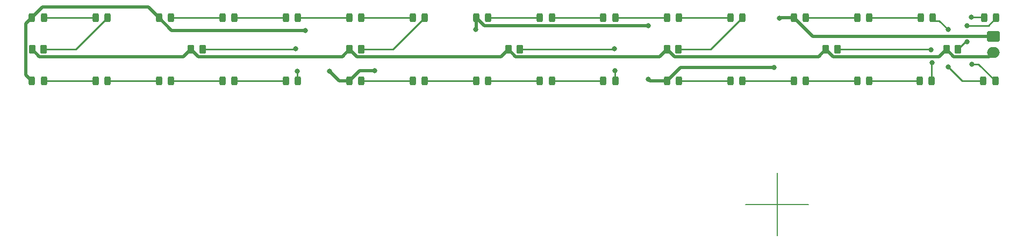
<source format=gbr>
%TF.GenerationSoftware,KiCad,Pcbnew,7.0.8*%
%TF.CreationDate,2023-11-23T23:42:42+08:00*%
%TF.ProjectId,Brake_Light,4272616b-655f-44c6-9967-68742e6b6963,v1.0*%
%TF.SameCoordinates,Original*%
%TF.FileFunction,Copper,L1,Top*%
%TF.FilePolarity,Positive*%
%FSLAX46Y46*%
G04 Gerber Fmt 4.6, Leading zero omitted, Abs format (unit mm)*
G04 Created by KiCad (PCBNEW 7.0.8) date 2023-11-23 23:42:42*
%MOMM*%
%LPD*%
G01*
G04 APERTURE LIST*
G04 Aperture macros list*
%AMRoundRect*
0 Rectangle with rounded corners*
0 $1 Rounding radius*
0 $2 $3 $4 $5 $6 $7 $8 $9 X,Y pos of 4 corners*
0 Add a 4 corners polygon primitive as box body*
4,1,4,$2,$3,$4,$5,$6,$7,$8,$9,$2,$3,0*
0 Add four circle primitives for the rounded corners*
1,1,$1+$1,$2,$3*
1,1,$1+$1,$4,$5*
1,1,$1+$1,$6,$7*
1,1,$1+$1,$8,$9*
0 Add four rect primitives between the rounded corners*
20,1,$1+$1,$2,$3,$4,$5,0*
20,1,$1+$1,$4,$5,$6,$7,0*
20,1,$1+$1,$6,$7,$8,$9,0*
20,1,$1+$1,$8,$9,$2,$3,0*%
G04 Aperture macros list end*
%TA.AperFunction,NonConductor*%
%ADD10C,0.200000*%
%TD*%
%TA.AperFunction,SMDPad,CuDef*%
%ADD11RoundRect,0.243750X-0.243750X-0.456250X0.243750X-0.456250X0.243750X0.456250X-0.243750X0.456250X0*%
%TD*%
%TA.AperFunction,SMDPad,CuDef*%
%ADD12RoundRect,0.250000X-0.262500X-0.450000X0.262500X-0.450000X0.262500X0.450000X-0.262500X0.450000X0*%
%TD*%
%TA.AperFunction,ComponentPad*%
%ADD13RoundRect,0.250000X-0.750000X0.600000X-0.750000X-0.600000X0.750000X-0.600000X0.750000X0.600000X0*%
%TD*%
%TA.AperFunction,ComponentPad*%
%ADD14O,2.000000X1.700000*%
%TD*%
%TA.AperFunction,ViaPad*%
%ADD15C,0.800000*%
%TD*%
%TA.AperFunction,Conductor*%
%ADD16C,0.254000*%
%TD*%
%TA.AperFunction,Conductor*%
%ADD17C,0.508000*%
%TD*%
G04 APERTURE END LIST*
D10*
X167132000Y-122995000D02*
X177038000Y-122995000D01*
X172085000Y-118042000D02*
X172085000Y-127948000D01*
D11*
%TO.P,D2,1,K*%
%TO.N,Net-(D2-K)*%
X204559500Y-103494000D03*
%TO.P,D2,2,A*%
%TO.N,Net-(D1-K)*%
X206434500Y-103494000D03*
%TD*%
%TO.P,D1,1,K*%
%TO.N,Net-(D1-K)*%
X204709500Y-93500000D03*
%TO.P,D1,2,A*%
%TO.N,Net-(D1-A)*%
X206584500Y-93500000D03*
%TD*%
D12*
%TO.P,R1,1*%
%TO.N,/Vcc*%
X198734500Y-98497000D03*
%TO.P,R1,2*%
%TO.N,Net-(D1-A)*%
X200559500Y-98497000D03*
%TD*%
D11*
%TO.P,D30,1,K*%
%TO.N,/GND*%
X54709500Y-103494000D03*
%TO.P,D30,2,A*%
%TO.N,Net-(D29-K)*%
X56584500Y-103494000D03*
%TD*%
%TO.P,D9,1,K*%
%TO.N,Net-(D10-A)*%
X164709500Y-103494000D03*
%TO.P,D9,2,A*%
%TO.N,Net-(D8-K)*%
X166584500Y-103494000D03*
%TD*%
%TO.P,D32,1,K*%
%TO.N,/GND*%
X54709500Y-93500000D03*
%TO.P,D32,2,A*%
%TO.N,Net-(D31-K)*%
X56584500Y-93500000D03*
%TD*%
%TO.P,D11,1,K*%
%TO.N,Net-(D11-K)*%
X164709500Y-93500000D03*
%TO.P,D11,2,A*%
%TO.N,Net-(D11-A)*%
X166584500Y-93500000D03*
%TD*%
D12*
%TO.P,R6,1*%
%TO.N,/Vcc*%
X79734500Y-98497000D03*
%TO.P,R6,2*%
%TO.N,Net-(D26-A)*%
X81559500Y-98497000D03*
%TD*%
D11*
%TO.P,D10,1,K*%
%TO.N,/GND*%
X154709500Y-103494000D03*
%TO.P,D10,2,A*%
%TO.N,Net-(D10-A)*%
X156584500Y-103494000D03*
%TD*%
%TO.P,D7,1,K*%
%TO.N,Net-(D7-K)*%
X184709500Y-103494000D03*
%TO.P,D7,2,A*%
%TO.N,Net-(D6-K)*%
X186584500Y-103494000D03*
%TD*%
D12*
%TO.P,R3,1*%
%TO.N,/Vcc*%
X154734500Y-98497000D03*
%TO.P,R3,2*%
%TO.N,Net-(D11-A)*%
X156559500Y-98497000D03*
%TD*%
D11*
%TO.P,D22,1,K*%
%TO.N,Net-(D22-K)*%
X104709500Y-93500000D03*
%TO.P,D22,2,A*%
%TO.N,Net-(D21-K)*%
X106584500Y-93500000D03*
%TD*%
D12*
%TO.P,R5,1*%
%TO.N,/Vcc*%
X104734500Y-98497000D03*
%TO.P,R5,2*%
%TO.N,Net-(D21-A)*%
X106559500Y-98497000D03*
%TD*%
D11*
%TO.P,D15,1,K*%
%TO.N,/GND*%
X124709500Y-93500000D03*
%TO.P,D15,2,A*%
%TO.N,Net-(D14-K)*%
X126584500Y-93500000D03*
%TD*%
%TO.P,D17,1,K*%
%TO.N,Net-(D17-K)*%
X134709500Y-103494000D03*
%TO.P,D17,2,A*%
%TO.N,Net-(D16-K)*%
X136584500Y-103494000D03*
%TD*%
%TO.P,D26,1,K*%
%TO.N,Net-(D26-K)*%
X94709500Y-103494000D03*
%TO.P,D26,2,A*%
%TO.N,Net-(D26-A)*%
X96584500Y-103494000D03*
%TD*%
%TO.P,D25,1,K*%
%TO.N,/GND*%
X74709500Y-93500000D03*
%TO.P,D25,2,A*%
%TO.N,Net-(D24-K)*%
X76584500Y-93500000D03*
%TD*%
%TO.P,D5,1,K*%
%TO.N,/GND*%
X174709500Y-93500000D03*
%TO.P,D5,2,A*%
%TO.N,Net-(D4-K)*%
X176584500Y-93500000D03*
%TD*%
%TO.P,D13,1,K*%
%TO.N,Net-(D13-K)*%
X144709500Y-93500000D03*
%TO.P,D13,2,A*%
%TO.N,Net-(D12-K)*%
X146584500Y-93500000D03*
%TD*%
%TO.P,D29,1,K*%
%TO.N,Net-(D29-K)*%
X64709500Y-103494000D03*
%TO.P,D29,2,A*%
%TO.N,Net-(D28-K)*%
X66584500Y-103494000D03*
%TD*%
%TO.P,D3,1,K*%
%TO.N,Net-(D3-K)*%
X194709500Y-93500000D03*
%TO.P,D3,2,A*%
%TO.N,Net-(D2-K)*%
X196584500Y-93500000D03*
%TD*%
%TO.P,D8,1,K*%
%TO.N,Net-(D8-K)*%
X174709500Y-103494000D03*
%TO.P,D8,2,A*%
%TO.N,Net-(D7-K)*%
X176584500Y-103494000D03*
%TD*%
%TO.P,D23,1,K*%
%TO.N,Net-(D23-K)*%
X94709500Y-93500000D03*
%TO.P,D23,2,A*%
%TO.N,Net-(D22-K)*%
X96584500Y-93500000D03*
%TD*%
%TO.P,D12,1,K*%
%TO.N,Net-(D12-K)*%
X154709500Y-93500000D03*
%TO.P,D12,2,A*%
%TO.N,Net-(D11-K)*%
X156584500Y-93500000D03*
%TD*%
%TO.P,D14,1,K*%
%TO.N,Net-(D14-K)*%
X134709500Y-93500000D03*
%TO.P,D14,2,A*%
%TO.N,Net-(D13-K)*%
X136584500Y-93500000D03*
%TD*%
%TO.P,D4,1,K*%
%TO.N,Net-(D4-K)*%
X184709500Y-93500000D03*
%TO.P,D4,2,A*%
%TO.N,Net-(D3-K)*%
X186584500Y-93500000D03*
%TD*%
%TO.P,D31,1,K*%
%TO.N,Net-(D31-K)*%
X64709500Y-93500000D03*
%TO.P,D31,2,A*%
%TO.N,Net-(D31-A)*%
X66584500Y-93500000D03*
%TD*%
%TO.P,D20,1,K*%
%TO.N,/GND*%
X104709500Y-103494000D03*
%TO.P,D20,2,A*%
%TO.N,Net-(D19-K)*%
X106584500Y-103494000D03*
%TD*%
%TO.P,D21,1,K*%
%TO.N,Net-(D21-K)*%
X114709500Y-93500000D03*
%TO.P,D21,2,A*%
%TO.N,Net-(D21-A)*%
X116584500Y-93500000D03*
%TD*%
%TO.P,D16,1,K*%
%TO.N,Net-(D16-K)*%
X144709500Y-103494000D03*
%TO.P,D16,2,A*%
%TO.N,Net-(D16-A)*%
X146584500Y-103494000D03*
%TD*%
%TO.P,D24,1,K*%
%TO.N,Net-(D24-K)*%
X84709500Y-93500000D03*
%TO.P,D24,2,A*%
%TO.N,Net-(D23-K)*%
X86584500Y-93500000D03*
%TD*%
%TO.P,D19,1,K*%
%TO.N,Net-(D19-K)*%
X114709500Y-103494000D03*
%TO.P,D19,2,A*%
%TO.N,Net-(D18-K)*%
X116584500Y-103494000D03*
%TD*%
%TO.P,D6,1,K*%
%TO.N,Net-(D6-K)*%
X194559500Y-103494000D03*
%TO.P,D6,2,A*%
%TO.N,Net-(D6-A)*%
X196434500Y-103494000D03*
%TD*%
%TO.P,D18,1,K*%
%TO.N,Net-(D18-K)*%
X124709500Y-103494000D03*
%TO.P,D18,2,A*%
%TO.N,Net-(D17-K)*%
X126584500Y-103494000D03*
%TD*%
%TO.P,D28,1,K*%
%TO.N,Net-(D28-K)*%
X74709500Y-103494000D03*
%TO.P,D28,2,A*%
%TO.N,Net-(D27-K)*%
X76584500Y-103494000D03*
%TD*%
D12*
%TO.P,R2,1*%
%TO.N,/Vcc*%
X179734500Y-98497000D03*
%TO.P,R2,2*%
%TO.N,Net-(D6-A)*%
X181559500Y-98497000D03*
%TD*%
%TO.P,R4,1*%
%TO.N,/Vcc*%
X129734500Y-98497000D03*
%TO.P,R4,2*%
%TO.N,Net-(D16-A)*%
X131559500Y-98497000D03*
%TD*%
%TO.P,R7,1*%
%TO.N,/Vcc*%
X54734500Y-98497000D03*
%TO.P,R7,2*%
%TO.N,Net-(D31-A)*%
X56559500Y-98497000D03*
%TD*%
D11*
%TO.P,D27,1,K*%
%TO.N,Net-(D27-K)*%
X84709500Y-103494000D03*
%TO.P,D27,2,A*%
%TO.N,Net-(D26-K)*%
X86584500Y-103494000D03*
%TD*%
D13*
%TO.P,J1,1,Pin_1*%
%TO.N,/GND*%
X206174000Y-96477000D03*
D14*
%TO.P,J1,2,Pin_2*%
%TO.N,/Vcc*%
X206174000Y-98977000D03*
%TD*%
D15*
%TO.N,Net-(D1-A)*%
X202013500Y-94720000D03*
X202013500Y-97330500D03*
%TO.N,Net-(D2-K)*%
X199010000Y-95380000D03*
X199050000Y-101300000D03*
%TO.N,Net-(D1-K)*%
X202690000Y-93360000D03*
X202740000Y-100860000D03*
%TO.N,/GND*%
X97790000Y-95504000D03*
X172466000Y-93599000D03*
X171577000Y-101346000D03*
X151765000Y-94742000D03*
X124587000Y-95377000D03*
X101600000Y-101981000D03*
X151765000Y-103251000D03*
X108712000Y-101854000D03*
%TO.N,Net-(D6-A)*%
X196342000Y-98552000D03*
X196469000Y-100584000D03*
%TO.N,Net-(D16-A)*%
X146558000Y-101854000D03*
X146431000Y-98425000D03*
%TO.N,Net-(D26-A)*%
X96266000Y-98425000D03*
X96520000Y-101981000D03*
%TD*%
D16*
%TO.N,Net-(D1-A)*%
X206584500Y-93500000D02*
X205364500Y-94720000D01*
X205364500Y-94720000D02*
X202013500Y-94720000D01*
X202013500Y-97330500D02*
X201726000Y-97330500D01*
X201726000Y-97330500D02*
X200559500Y-98497000D01*
%TO.N,Net-(D2-K)*%
X204559500Y-103494000D02*
X201244000Y-103494000D01*
X201244000Y-103494000D02*
X199050000Y-101300000D01*
X199010000Y-95380000D02*
X197584000Y-93954000D01*
X197584000Y-93954000D02*
X196584500Y-93954000D01*
%TO.N,Net-(D1-K)*%
X206434500Y-103494000D02*
X203800500Y-100860000D01*
X203800500Y-100860000D02*
X202740000Y-100860000D01*
X202690000Y-93360000D02*
X204569500Y-93360000D01*
X204569500Y-93360000D02*
X204709500Y-93500000D01*
%TO.N,Net-(D3-K)*%
X186584500Y-93500000D02*
X194709500Y-93500000D01*
%TO.N,Net-(D1-A)*%
X200510000Y-98447500D02*
X200559500Y-98497000D01*
D17*
%TO.N,/GND*%
X152008000Y-103494000D02*
X151765000Y-103251000D01*
X124709500Y-93500000D02*
X124709500Y-95254500D01*
X177686500Y-96477000D02*
X206174000Y-96477000D01*
X74709500Y-93500000D02*
X73030500Y-91821000D01*
X103113000Y-103494000D02*
X101600000Y-101981000D01*
X76713500Y-95504000D02*
X74709500Y-93500000D01*
X172565000Y-93500000D02*
X172466000Y-93599000D01*
X53768000Y-102552500D02*
X54709500Y-103494000D01*
X97790000Y-95504000D02*
X76713500Y-95504000D01*
X53768000Y-94441500D02*
X53768000Y-102552500D01*
X125951500Y-94742000D02*
X124709500Y-93500000D01*
X174709500Y-93500000D02*
X172565000Y-93500000D01*
X156857500Y-101346000D02*
X154709500Y-103494000D01*
X106349500Y-101854000D02*
X104709500Y-103494000D01*
X54709500Y-93500000D02*
X53768000Y-94441500D01*
X104709500Y-103494000D02*
X103113000Y-103494000D01*
X73030500Y-91821000D02*
X56388500Y-91821000D01*
X177686500Y-96477000D02*
X174709500Y-93500000D01*
X56388500Y-91821000D02*
X54709500Y-93500000D01*
X154709500Y-103494000D02*
X152008000Y-103494000D01*
X171577000Y-101346000D02*
X156857500Y-101346000D01*
X124709500Y-95254500D02*
X124587000Y-95377000D01*
X151765000Y-94742000D02*
X125951500Y-94742000D01*
X108712000Y-101854000D02*
X106349500Y-101854000D01*
D16*
%TO.N,Net-(D6-A)*%
X196434500Y-100618500D02*
X196434500Y-103494000D01*
X196287000Y-98497000D02*
X196342000Y-98552000D01*
X181559500Y-98497000D02*
X196287000Y-98497000D01*
X196469000Y-100584000D02*
X196434500Y-100618500D01*
%TO.N,Net-(D4-K)*%
X176584500Y-93500000D02*
X184709500Y-93500000D01*
%TO.N,Net-(D6-K)*%
X186584500Y-103494000D02*
X194559500Y-103494000D01*
%TO.N,Net-(D8-K)*%
X166584500Y-103494000D02*
X174709500Y-103494000D01*
%TO.N,Net-(D10-A)*%
X156584500Y-103494000D02*
X164709500Y-103494000D01*
%TO.N,Net-(D7-K)*%
X176584500Y-103494000D02*
X184709500Y-103494000D01*
%TO.N,Net-(D11-K)*%
X156584500Y-93500000D02*
X164709500Y-93500000D01*
%TO.N,Net-(D11-A)*%
X161587500Y-98497000D02*
X166584500Y-93500000D01*
X156559500Y-98497000D02*
X161587500Y-98497000D01*
%TO.N,Net-(D13-K)*%
X136584500Y-93500000D02*
X144709500Y-93500000D01*
%TO.N,Net-(D12-K)*%
X146584500Y-93500000D02*
X154709500Y-93500000D01*
%TO.N,Net-(D16-A)*%
X146558000Y-103467500D02*
X146584500Y-103494000D01*
X146359000Y-98497000D02*
X146431000Y-98425000D01*
X131559500Y-98497000D02*
X146359000Y-98497000D01*
X146558000Y-101854000D02*
X146558000Y-103467500D01*
%TO.N,Net-(D14-K)*%
X126584500Y-93500000D02*
X134709500Y-93500000D01*
%TO.N,Net-(D16-K)*%
X136584500Y-103494000D02*
X144709500Y-103494000D01*
%TO.N,Net-(D18-K)*%
X116584500Y-103494000D02*
X124709500Y-103494000D01*
%TO.N,Net-(D19-K)*%
X106584500Y-103494000D02*
X114709500Y-103494000D01*
%TO.N,Net-(D17-K)*%
X126584500Y-103494000D02*
X134709500Y-103494000D01*
%TO.N,Net-(D21-K)*%
X106584500Y-93500000D02*
X114709500Y-93500000D01*
%TO.N,Net-(D21-A)*%
X106559500Y-98497000D02*
X111587500Y-98497000D01*
X111587500Y-98497000D02*
X116584500Y-93500000D01*
%TO.N,Net-(D23-K)*%
X86584500Y-93500000D02*
X94709500Y-93500000D01*
%TO.N,Net-(D22-K)*%
X96584500Y-93500000D02*
X104709500Y-93500000D01*
%TO.N,Net-(D26-A)*%
X81559500Y-98497000D02*
X96194000Y-98497000D01*
X96194000Y-98497000D02*
X96266000Y-98425000D01*
X96520000Y-101981000D02*
X96520000Y-103429500D01*
X96520000Y-103429500D02*
X96584500Y-103494000D01*
%TO.N,Net-(D24-K)*%
X76584500Y-93500000D02*
X84709500Y-93500000D01*
%TO.N,Net-(D26-K)*%
X86584500Y-103494000D02*
X94709500Y-103494000D01*
%TO.N,Net-(D28-K)*%
X66584500Y-103494000D02*
X74709500Y-103494000D01*
%TO.N,Net-(D29-K)*%
X56584500Y-103494000D02*
X64709500Y-103494000D01*
%TO.N,Net-(D27-K)*%
X76584500Y-103494000D02*
X84709500Y-103494000D01*
%TO.N,Net-(D31-K)*%
X56584500Y-93500000D02*
X64709500Y-93500000D01*
%TO.N,Net-(D31-A)*%
X61587500Y-98497000D02*
X66584500Y-93500000D01*
X56559500Y-98497000D02*
X61587500Y-98497000D01*
D17*
%TO.N,/Vcc*%
X199888500Y-99651000D02*
X205500000Y-99651000D01*
X153580500Y-99651000D02*
X130888500Y-99651000D01*
X180888500Y-99651000D02*
X179734500Y-98497000D01*
X198734500Y-98497000D02*
X199888500Y-99651000D01*
X55888500Y-99651000D02*
X54734500Y-98497000D01*
X178580500Y-99651000D02*
X155888500Y-99651000D01*
X103580500Y-99651000D02*
X80888500Y-99651000D01*
X128580500Y-99651000D02*
X105888500Y-99651000D01*
X105888500Y-99651000D02*
X104734500Y-98497000D01*
X78580500Y-99651000D02*
X55888500Y-99651000D01*
X179734500Y-98497000D02*
X178580500Y-99651000D01*
X154734500Y-98497000D02*
X153580500Y-99651000D01*
X197580500Y-99651000D02*
X198734500Y-98497000D01*
X180888500Y-99651000D02*
X197580500Y-99651000D01*
X129734500Y-98497000D02*
X128580500Y-99651000D01*
X104734500Y-98497000D02*
X103580500Y-99651000D01*
X80888500Y-99651000D02*
X79734500Y-98497000D01*
X205500000Y-99651000D02*
X206174000Y-98977000D01*
X79734500Y-98497000D02*
X78580500Y-99651000D01*
X130888500Y-99651000D02*
X129734500Y-98497000D01*
X155888500Y-99651000D02*
X154734500Y-98497000D01*
%TD*%
M02*

</source>
